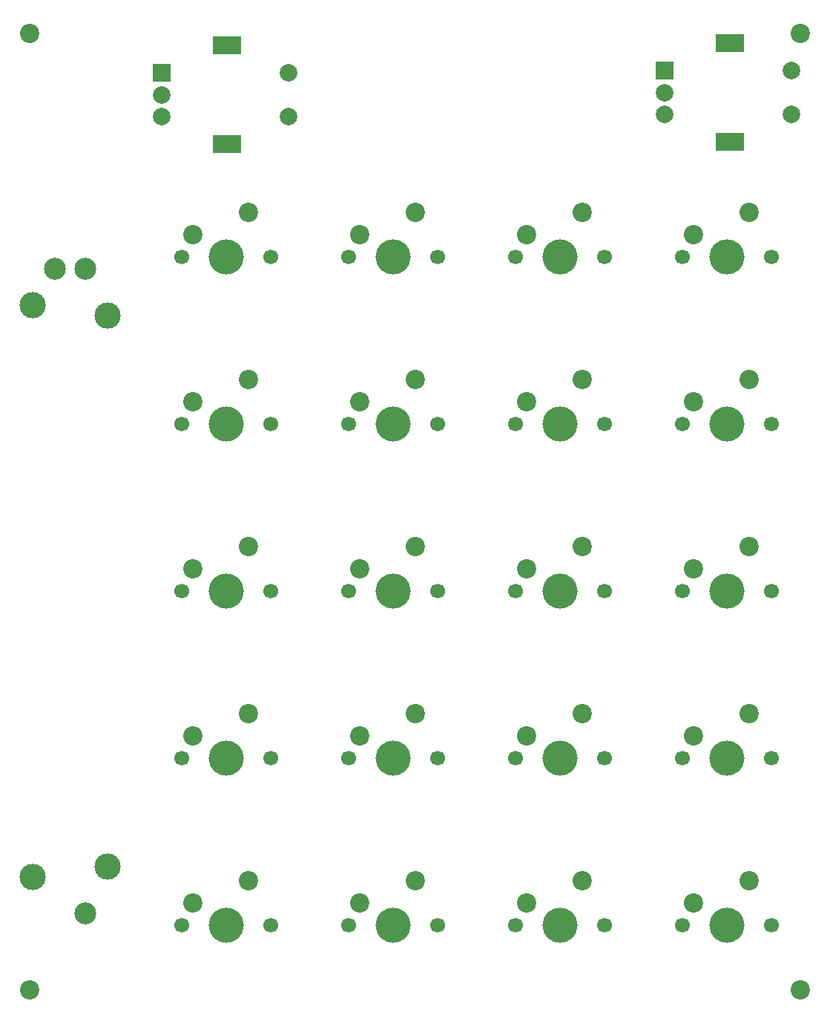
<source format=gbr>
%TF.GenerationSoftware,KiCad,Pcbnew,8.0.5*%
%TF.CreationDate,2024-11-15T15:43:01-05:00*%
%TF.ProjectId,bytesized_macropad,62797465-7369-47a6-9564-5f6d6163726f,rev?*%
%TF.SameCoordinates,Original*%
%TF.FileFunction,Soldermask,Top*%
%TF.FilePolarity,Negative*%
%FSLAX46Y46*%
G04 Gerber Fmt 4.6, Leading zero omitted, Abs format (unit mm)*
G04 Created by KiCad (PCBNEW 8.0.5) date 2024-11-15 15:43:01*
%MOMM*%
%LPD*%
G01*
G04 APERTURE LIST*
%ADD10C,2.200000*%
%ADD11C,1.700000*%
%ADD12C,4.000000*%
%ADD13R,2.000000X2.000000*%
%ADD14C,2.000000*%
%ADD15R,3.200000X2.000000*%
%ADD16C,3.000000*%
%ADD17C,2.500000*%
G04 APERTURE END LIST*
D10*
%TO.C,H4*%
X182425400Y-143258600D03*
%TD*%
%TO.C,H3*%
X94409200Y-143261200D03*
%TD*%
%TO.C,H2*%
X182428000Y-34234000D03*
%TD*%
%TO.C,H1*%
X94432000Y-34234000D03*
%TD*%
D11*
%TO.C,SW13*%
X111760000Y-116840000D03*
D12*
X116840000Y-116840000D03*
D11*
X121920000Y-116840000D03*
D10*
X119380000Y-111760000D03*
X113030000Y-114300000D03*
%TD*%
D13*
%TO.C,SW21*%
X109474000Y-38688000D03*
D14*
X109474000Y-43688000D03*
X109474000Y-41188000D03*
D15*
X116974000Y-35588000D03*
X116974000Y-46788000D03*
D14*
X123974000Y-43688000D03*
X123974000Y-38688000D03*
%TD*%
D11*
%TO.C,SW12*%
X168910000Y-97790000D03*
D12*
X173990000Y-97790000D03*
D11*
X179070000Y-97790000D03*
D10*
X176530000Y-92710000D03*
X170180000Y-95250000D03*
%TD*%
D11*
%TO.C,SW4*%
X168910000Y-59690000D03*
D12*
X173990000Y-59690000D03*
D11*
X179070000Y-59690000D03*
D10*
X176530000Y-54610000D03*
X170180000Y-57150000D03*
%TD*%
D11*
%TO.C,SW15*%
X149860000Y-116840000D03*
D12*
X154940000Y-116840000D03*
D11*
X160020000Y-116840000D03*
D10*
X157480000Y-111760000D03*
X151130000Y-114300000D03*
%TD*%
D11*
%TO.C,SW18*%
X130810000Y-135890000D03*
D12*
X135890000Y-135890000D03*
D11*
X140970000Y-135890000D03*
D10*
X138430000Y-130810000D03*
X132080000Y-133350000D03*
%TD*%
D11*
%TO.C,SW14*%
X130810000Y-116840000D03*
D12*
X135890000Y-116840000D03*
D11*
X140970000Y-116840000D03*
D10*
X138430000Y-111760000D03*
X132080000Y-114300000D03*
%TD*%
D11*
%TO.C,SW2*%
X130810000Y-59690000D03*
D12*
X135890000Y-59690000D03*
D11*
X140970000Y-59690000D03*
D10*
X138430000Y-54610000D03*
X132080000Y-57150000D03*
%TD*%
D13*
%TO.C,SW22*%
X166878000Y-38434000D03*
D14*
X166878000Y-43434000D03*
X166878000Y-40934000D03*
D15*
X174378000Y-35334000D03*
X174378000Y-46534000D03*
D14*
X181378000Y-43434000D03*
X181378000Y-38434000D03*
%TD*%
D11*
%TO.C,SW6*%
X130810000Y-78740000D03*
D12*
X135890000Y-78740000D03*
D11*
X140970000Y-78740000D03*
D10*
X138430000Y-73660000D03*
X132080000Y-76200000D03*
%TD*%
D11*
%TO.C,SW7*%
X149860000Y-78740000D03*
D12*
X154940000Y-78740000D03*
D11*
X160020000Y-78740000D03*
D10*
X157480000Y-73660000D03*
X151130000Y-76200000D03*
%TD*%
D11*
%TO.C,SW11*%
X149860000Y-97790000D03*
D12*
X154940000Y-97790000D03*
D11*
X160020000Y-97790000D03*
D10*
X157480000Y-92710000D03*
X151130000Y-95250000D03*
%TD*%
D11*
%TO.C,SW3*%
X149860000Y-59690000D03*
D12*
X154940000Y-59690000D03*
D11*
X160020000Y-59690000D03*
D10*
X157480000Y-54610000D03*
X151130000Y-57150000D03*
%TD*%
D11*
%TO.C,SW5*%
X111760000Y-78740000D03*
D12*
X116840000Y-78740000D03*
D11*
X121920000Y-78740000D03*
D10*
X119380000Y-73660000D03*
X113030000Y-76200000D03*
%TD*%
D11*
%TO.C,SW16*%
X168910000Y-116840000D03*
D12*
X173990000Y-116840000D03*
D11*
X179070000Y-116840000D03*
D10*
X176530000Y-111760000D03*
X170180000Y-114300000D03*
%TD*%
D11*
%TO.C,SW17*%
X111760000Y-135890000D03*
D12*
X116840000Y-135890000D03*
D11*
X121920000Y-135890000D03*
D10*
X119380000Y-130810000D03*
X113030000Y-133350000D03*
%TD*%
D16*
%TO.C,RV1*%
X94810000Y-65190000D03*
X103310000Y-66390000D03*
X103310000Y-129190000D03*
X94810000Y-130390000D03*
D17*
X100810000Y-61040000D03*
X97310000Y-61040000D03*
X100810000Y-134540000D03*
%TD*%
D11*
%TO.C,SW1*%
X111760000Y-59690000D03*
D12*
X116840000Y-59690000D03*
D11*
X121920000Y-59690000D03*
D10*
X119380000Y-54610000D03*
X113030000Y-57150000D03*
%TD*%
D11*
%TO.C,SW10*%
X130810000Y-97790000D03*
D12*
X135890000Y-97790000D03*
D11*
X140970000Y-97790000D03*
D10*
X138430000Y-92710000D03*
X132080000Y-95250000D03*
%TD*%
D11*
%TO.C,SW8*%
X168910000Y-78740000D03*
D12*
X173990000Y-78740000D03*
D11*
X179070000Y-78740000D03*
D10*
X176530000Y-73660000D03*
X170180000Y-76200000D03*
%TD*%
D11*
%TO.C,SW20*%
X168910000Y-135890000D03*
D12*
X173990000Y-135890000D03*
D11*
X179070000Y-135890000D03*
D10*
X176530000Y-130810000D03*
X170180000Y-133350000D03*
%TD*%
D11*
%TO.C,SW19*%
X149860000Y-135890000D03*
D12*
X154940000Y-135890000D03*
D11*
X160020000Y-135890000D03*
D10*
X157480000Y-130810000D03*
X151130000Y-133350000D03*
%TD*%
D11*
%TO.C,SW9*%
X111760000Y-97790000D03*
D12*
X116840000Y-97790000D03*
D11*
X121920000Y-97790000D03*
D10*
X119380000Y-92710000D03*
X113030000Y-95250000D03*
%TD*%
M02*

</source>
